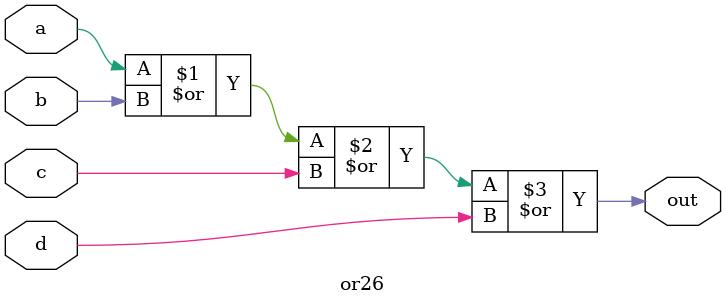
<source format=v>
module or26 (
  input a,
  input b,
  input c,
  input d,
  output out
);

  assign out = (a | b | c | d);

endmodule
</source>
